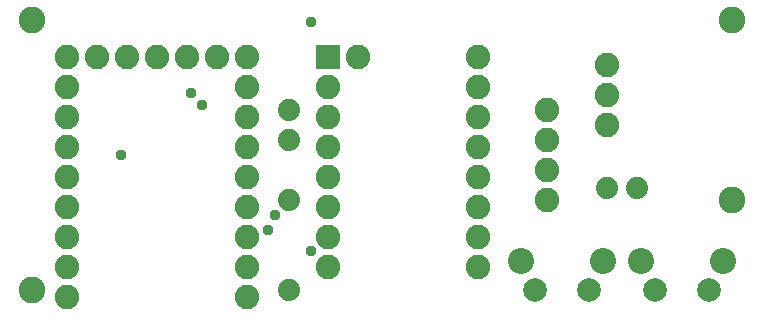
<source format=gbr>
G04 EAGLE Gerber RS-274X export*
G75*
%MOMM*%
%FSLAX34Y34*%
%LPD*%
%INSoldermask Top*%
%IPPOS*%
%AMOC8*
5,1,8,0,0,1.08239X$1,22.5*%
G01*
G04 Define Apertures*
%ADD10C,2.260600*%
%ADD11C,2.082800*%
%ADD12R,2.082800X2.082800*%
%ADD13C,1.879600*%
%ADD14C,2.003200*%
%ADD15C,2.203200*%
%ADD16C,0.959600*%
D10*
X20828Y254000D03*
X20828Y25400D03*
X614172Y254000D03*
X614172Y101600D03*
D11*
X101600Y222758D03*
X127000Y222758D03*
X203200Y44958D03*
X203200Y95758D03*
X203200Y121158D03*
X203200Y146558D03*
X203200Y171958D03*
X203200Y197358D03*
X203200Y222758D03*
X177800Y222758D03*
X152400Y222758D03*
X76200Y222758D03*
X50800Y222758D03*
X50800Y197358D03*
X50800Y171958D03*
X50800Y146558D03*
X50800Y121158D03*
X50800Y95758D03*
X50800Y70358D03*
X203200Y70358D03*
X203200Y19558D03*
X50800Y19558D03*
X50800Y44958D03*
D12*
X272192Y222758D03*
D11*
X272192Y197358D03*
X272192Y171958D03*
X272192Y146558D03*
X272192Y121158D03*
X272192Y95758D03*
X272192Y70358D03*
X272192Y44958D03*
X399192Y44958D03*
X399192Y70358D03*
X399192Y95758D03*
X399192Y121158D03*
X399192Y146558D03*
X399192Y171958D03*
X399192Y197358D03*
X399192Y222758D03*
X297592Y222758D03*
D13*
X238664Y177800D03*
X238664Y152400D03*
X508000Y111760D03*
X533400Y111760D03*
D11*
X457200Y177800D03*
X457200Y152400D03*
X457200Y127000D03*
X457200Y101600D03*
D13*
X238664Y101600D03*
X238664Y25400D03*
D14*
X447400Y25400D03*
X492400Y25400D03*
D15*
X434900Y50400D03*
X504900Y50400D03*
D14*
X549000Y25400D03*
X594000Y25400D03*
D15*
X536500Y50400D03*
X606500Y50400D03*
D11*
X508000Y215900D03*
X508000Y190500D03*
X508000Y165100D03*
D16*
X96838Y139700D03*
X165100Y182563D03*
X257175Y252413D03*
X257175Y58738D03*
X227013Y88900D03*
X155575Y192088D03*
X220663Y76200D03*
M02*

</source>
